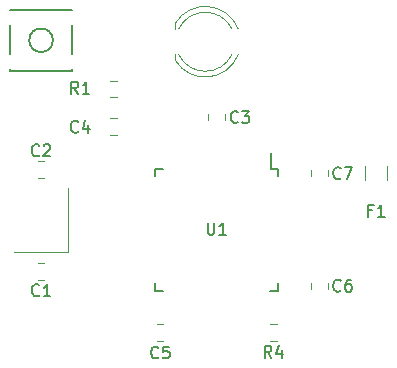
<source format=gto>
G04 #@! TF.GenerationSoftware,KiCad,Pcbnew,(5.1.2)-2*
G04 #@! TF.CreationDate,2019-08-16T13:43:52-05:00*
G04 #@! TF.ProjectId,rootpad,726f6f74-7061-4642-9e6b-696361645f70,rev?*
G04 #@! TF.SameCoordinates,Original*
G04 #@! TF.FileFunction,Legend,Top*
G04 #@! TF.FilePolarity,Positive*
%FSLAX46Y46*%
G04 Gerber Fmt 4.6, Leading zero omitted, Abs format (unit mm)*
G04 Created by KiCad (PCBNEW (5.1.2)-2) date 2019-08-16 13:43:52*
%MOMM*%
%LPD*%
G04 APERTURE LIST*
%ADD10C,0.120000*%
%ADD11C,0.150000*%
%ADD12C,0.350000*%
%ADD13O,1.172000X1.902000*%
%ADD14R,1.172000X1.902000*%
%ADD15R,1.902000X1.202000*%
%ADD16O,1.802000X2.802000*%
%ADD17R,1.902000X2.202000*%
%ADD18R,1.602000X0.652000*%
%ADD19R,0.652000X1.602000*%
%ADD20C,0.100000*%
%ADD21C,1.252000*%
%ADD22C,1.852000*%
%ADD23C,4.089800*%
%ADD24C,1.527000*%
G04 APERTURE END LIST*
D10*
X177462500Y-52642000D02*
X177462500Y-53107000D01*
X177462500Y-50017000D02*
X177462500Y-50482000D01*
X182276979Y-52642429D02*
G75*
G02X177767816Y-52642000I-2254479J1080429D01*
G01*
X182276979Y-50481571D02*
G75*
G03X177767816Y-50482000I-2254479J-1080429D01*
G01*
X182810315Y-52642827D02*
G75*
G02X177462500Y-53106830I-2787815J1080827D01*
G01*
X182810315Y-50481173D02*
G75*
G03X177462500Y-50017170I-2787815J-1080827D01*
G01*
D11*
X167116000Y-51435000D02*
G75*
G03X167116000Y-51435000I-1000000J0D01*
G01*
X168716000Y-48835000D02*
X168716000Y-54035000D01*
X163516000Y-48835000D02*
X168716000Y-48835000D01*
X163516000Y-54035000D02*
X163516000Y-48835000D01*
X168716000Y-54035000D02*
X163516000Y-54035000D01*
D10*
X168366000Y-69375000D02*
X168366000Y-63975000D01*
X163866000Y-69375000D02*
X168366000Y-69375000D01*
D11*
X185576270Y-62295020D02*
X185576270Y-61020020D01*
X186151270Y-72645020D02*
X186151270Y-71970020D01*
X175801270Y-72645020D02*
X175801270Y-71970020D01*
X175801270Y-62295020D02*
X175801270Y-62970020D01*
X186151270Y-62295020D02*
X186151270Y-62970020D01*
X175801270Y-62295020D02*
X176476270Y-62295020D01*
X175801270Y-72645020D02*
X176476270Y-72645020D01*
X186151270Y-72645020D02*
X185476270Y-72645020D01*
X186151270Y-62295020D02*
X185576270Y-62295020D01*
D10*
X186054522Y-75491270D02*
X185532018Y-75491270D01*
X186054522Y-76911270D02*
X185532018Y-76911270D01*
X171983768Y-56273770D02*
X172506272Y-56273770D01*
X171983768Y-54853770D02*
X172506272Y-54853770D01*
X195380020Y-63309584D02*
X195380020Y-62105456D01*
X193560020Y-63309584D02*
X193560020Y-62105456D01*
X188997520Y-62446268D02*
X188997520Y-62968772D01*
X190417520Y-62446268D02*
X190417520Y-62968772D01*
X190417520Y-72493772D02*
X190417520Y-71971268D01*
X188997520Y-72493772D02*
X188997520Y-71971268D01*
X176475022Y-75491270D02*
X175952518Y-75491270D01*
X176475022Y-76911270D02*
X175952518Y-76911270D01*
X172506272Y-58028770D02*
X171983768Y-58028770D01*
X172506272Y-59448770D02*
X171983768Y-59448770D01*
X181686270Y-58206272D02*
X181686270Y-57683768D01*
X180266270Y-58206272D02*
X180266270Y-57683768D01*
X166377252Y-61647000D02*
X165854748Y-61647000D01*
X166377252Y-63067000D02*
X165854748Y-63067000D01*
X166377252Y-70283000D02*
X165854748Y-70283000D01*
X166377252Y-71703000D02*
X165854748Y-71703000D01*
D11*
X180213095Y-66889380D02*
X180213095Y-67698904D01*
X180260714Y-67794142D01*
X180308333Y-67841761D01*
X180403571Y-67889380D01*
X180594047Y-67889380D01*
X180689285Y-67841761D01*
X180736904Y-67794142D01*
X180784523Y-67698904D01*
X180784523Y-66889380D01*
X181784523Y-67889380D02*
X181213095Y-67889380D01*
X181498809Y-67889380D02*
X181498809Y-66889380D01*
X181403571Y-67032238D01*
X181308333Y-67127476D01*
X181213095Y-67175095D01*
X185626603Y-78303650D02*
X185293270Y-77827460D01*
X185055174Y-78303650D02*
X185055174Y-77303650D01*
X185436127Y-77303650D01*
X185531365Y-77351270D01*
X185578984Y-77398889D01*
X185626603Y-77494127D01*
X185626603Y-77636984D01*
X185578984Y-77732222D01*
X185531365Y-77779841D01*
X185436127Y-77827460D01*
X185055174Y-77827460D01*
X186483746Y-77636984D02*
X186483746Y-78303650D01*
X186245650Y-77256031D02*
X186007555Y-77970317D01*
X186626603Y-77970317D01*
X169251333Y-55951380D02*
X168918000Y-55475190D01*
X168679904Y-55951380D02*
X168679904Y-54951380D01*
X169060857Y-54951380D01*
X169156095Y-54999000D01*
X169203714Y-55046619D01*
X169251333Y-55141857D01*
X169251333Y-55284714D01*
X169203714Y-55379952D01*
X169156095Y-55427571D01*
X169060857Y-55475190D01*
X168679904Y-55475190D01*
X170203714Y-55951380D02*
X169632285Y-55951380D01*
X169918000Y-55951380D02*
X169918000Y-54951380D01*
X169822761Y-55094238D01*
X169727523Y-55189476D01*
X169632285Y-55237095D01*
X194167166Y-65841571D02*
X193833833Y-65841571D01*
X193833833Y-66365380D02*
X193833833Y-65365380D01*
X194310023Y-65365380D01*
X195214785Y-66365380D02*
X194643357Y-66365380D01*
X194929071Y-66365380D02*
X194929071Y-65365380D01*
X194833833Y-65508238D01*
X194738595Y-65603476D01*
X194643357Y-65651095D01*
X191476333Y-63095142D02*
X191428714Y-63142761D01*
X191285857Y-63190380D01*
X191190619Y-63190380D01*
X191047761Y-63142761D01*
X190952523Y-63047523D01*
X190904904Y-62952285D01*
X190857285Y-62761809D01*
X190857285Y-62618952D01*
X190904904Y-62428476D01*
X190952523Y-62333238D01*
X191047761Y-62238000D01*
X191190619Y-62190380D01*
X191285857Y-62190380D01*
X191428714Y-62238000D01*
X191476333Y-62285619D01*
X191809666Y-62190380D02*
X192476333Y-62190380D01*
X192047761Y-63190380D01*
X191476333Y-72620142D02*
X191428714Y-72667761D01*
X191285857Y-72715380D01*
X191190619Y-72715380D01*
X191047761Y-72667761D01*
X190952523Y-72572523D01*
X190904904Y-72477285D01*
X190857285Y-72286809D01*
X190857285Y-72143952D01*
X190904904Y-71953476D01*
X190952523Y-71858238D01*
X191047761Y-71763000D01*
X191190619Y-71715380D01*
X191285857Y-71715380D01*
X191428714Y-71763000D01*
X191476333Y-71810619D01*
X192333476Y-71715380D02*
X192143000Y-71715380D01*
X192047761Y-71763000D01*
X192000142Y-71810619D01*
X191904904Y-71953476D01*
X191857285Y-72143952D01*
X191857285Y-72524904D01*
X191904904Y-72620142D01*
X191952523Y-72667761D01*
X192047761Y-72715380D01*
X192238238Y-72715380D01*
X192333476Y-72667761D01*
X192381095Y-72620142D01*
X192428714Y-72524904D01*
X192428714Y-72286809D01*
X192381095Y-72191571D01*
X192333476Y-72143952D01*
X192238238Y-72096333D01*
X192047761Y-72096333D01*
X191952523Y-72143952D01*
X191904904Y-72191571D01*
X191857285Y-72286809D01*
X176045833Y-78271642D02*
X175998214Y-78319261D01*
X175855357Y-78366880D01*
X175760119Y-78366880D01*
X175617261Y-78319261D01*
X175522023Y-78224023D01*
X175474404Y-78128785D01*
X175426785Y-77938309D01*
X175426785Y-77795452D01*
X175474404Y-77604976D01*
X175522023Y-77509738D01*
X175617261Y-77414500D01*
X175760119Y-77366880D01*
X175855357Y-77366880D01*
X175998214Y-77414500D01*
X176045833Y-77462119D01*
X176950595Y-77366880D02*
X176474404Y-77366880D01*
X176426785Y-77843071D01*
X176474404Y-77795452D01*
X176569642Y-77747833D01*
X176807738Y-77747833D01*
X176902976Y-77795452D01*
X176950595Y-77843071D01*
X176998214Y-77938309D01*
X176998214Y-78176404D01*
X176950595Y-78271642D01*
X176902976Y-78319261D01*
X176807738Y-78366880D01*
X176569642Y-78366880D01*
X176474404Y-78319261D01*
X176426785Y-78271642D01*
X169251333Y-59158142D02*
X169203714Y-59205761D01*
X169060857Y-59253380D01*
X168965619Y-59253380D01*
X168822761Y-59205761D01*
X168727523Y-59110523D01*
X168679904Y-59015285D01*
X168632285Y-58824809D01*
X168632285Y-58681952D01*
X168679904Y-58491476D01*
X168727523Y-58396238D01*
X168822761Y-58301000D01*
X168965619Y-58253380D01*
X169060857Y-58253380D01*
X169203714Y-58301000D01*
X169251333Y-58348619D01*
X170108476Y-58586714D02*
X170108476Y-59253380D01*
X169870380Y-58205761D02*
X169632285Y-58920047D01*
X170251333Y-58920047D01*
X182776833Y-58332642D02*
X182729214Y-58380261D01*
X182586357Y-58427880D01*
X182491119Y-58427880D01*
X182348261Y-58380261D01*
X182253023Y-58285023D01*
X182205404Y-58189785D01*
X182157785Y-57999309D01*
X182157785Y-57856452D01*
X182205404Y-57665976D01*
X182253023Y-57570738D01*
X182348261Y-57475500D01*
X182491119Y-57427880D01*
X182586357Y-57427880D01*
X182729214Y-57475500D01*
X182776833Y-57523119D01*
X183110166Y-57427880D02*
X183729214Y-57427880D01*
X183395880Y-57808833D01*
X183538738Y-57808833D01*
X183633976Y-57856452D01*
X183681595Y-57904071D01*
X183729214Y-57999309D01*
X183729214Y-58237404D01*
X183681595Y-58332642D01*
X183633976Y-58380261D01*
X183538738Y-58427880D01*
X183253023Y-58427880D01*
X183157785Y-58380261D01*
X183110166Y-58332642D01*
X165949333Y-61157122D02*
X165901714Y-61204741D01*
X165758857Y-61252360D01*
X165663619Y-61252360D01*
X165520761Y-61204741D01*
X165425523Y-61109503D01*
X165377904Y-61014265D01*
X165330285Y-60823789D01*
X165330285Y-60680932D01*
X165377904Y-60490456D01*
X165425523Y-60395218D01*
X165520761Y-60299980D01*
X165663619Y-60252360D01*
X165758857Y-60252360D01*
X165901714Y-60299980D01*
X165949333Y-60347599D01*
X166330285Y-60347599D02*
X166377904Y-60299980D01*
X166473142Y-60252360D01*
X166711238Y-60252360D01*
X166806476Y-60299980D01*
X166854095Y-60347599D01*
X166901714Y-60442837D01*
X166901714Y-60538075D01*
X166854095Y-60680932D01*
X166282666Y-61252360D01*
X166901714Y-61252360D01*
X165949333Y-73000142D02*
X165901714Y-73047761D01*
X165758857Y-73095380D01*
X165663619Y-73095380D01*
X165520761Y-73047761D01*
X165425523Y-72952523D01*
X165377904Y-72857285D01*
X165330285Y-72666809D01*
X165330285Y-72523952D01*
X165377904Y-72333476D01*
X165425523Y-72238238D01*
X165520761Y-72143000D01*
X165663619Y-72095380D01*
X165758857Y-72095380D01*
X165901714Y-72143000D01*
X165949333Y-72190619D01*
X166901714Y-73095380D02*
X166330285Y-73095380D01*
X166616000Y-73095380D02*
X166616000Y-72095380D01*
X166520761Y-72238238D01*
X166425523Y-72333476D01*
X166330285Y-72381095D01*
%LPC*%
D12*
X130561904Y-72597321D02*
X132190476Y-75040178D01*
X133819047Y-72687797D02*
X132190476Y-75130654D01*
X135809523Y-72687797D02*
X134180952Y-75130654D01*
X137800000Y-72687797D02*
X136171428Y-75130654D01*
X137800000Y-72597321D02*
X139428571Y-75040178D01*
X141057142Y-72687797D02*
X139428571Y-75130654D01*
X143047619Y-72687797D02*
X141419047Y-75130654D01*
X143047619Y-72597321D02*
X144676190Y-75040178D01*
X146123809Y-72687797D02*
X146395238Y-72959226D01*
X148476190Y-72687797D02*
X146847619Y-75130654D01*
D13*
X182435500Y-51562000D03*
X180911500Y-51562000D03*
X179387500Y-51562000D03*
D14*
X177863500Y-51562000D03*
D15*
X163016000Y-49585000D03*
X169216000Y-53285000D03*
X163016000Y-53285000D03*
X169216000Y-49585000D03*
D16*
X185262500Y-47815500D03*
X192562500Y-47815500D03*
X192562500Y-52315500D03*
X185262500Y-52315500D03*
D17*
X164966000Y-68125000D03*
X164966000Y-65225000D03*
X167266000Y-65225000D03*
X167266000Y-68125000D03*
D18*
X186676270Y-63470020D03*
X186676270Y-64270020D03*
X186676270Y-65070020D03*
X186676270Y-65870020D03*
X186676270Y-66670020D03*
X186676270Y-67470020D03*
X186676270Y-68270020D03*
X186676270Y-69070020D03*
X186676270Y-69870020D03*
X186676270Y-70670020D03*
X186676270Y-71470020D03*
D19*
X184976270Y-73170020D03*
X184176270Y-73170020D03*
X183376270Y-73170020D03*
X182576270Y-73170020D03*
X181776270Y-73170020D03*
X180976270Y-73170020D03*
X180176270Y-73170020D03*
X179376270Y-73170020D03*
X178576270Y-73170020D03*
X177776270Y-73170020D03*
X176976270Y-73170020D03*
D18*
X175276270Y-71470020D03*
X175276270Y-70670020D03*
X175276270Y-69870020D03*
X175276270Y-69070020D03*
X175276270Y-68270020D03*
X175276270Y-67470020D03*
X175276270Y-66670020D03*
X175276270Y-65870020D03*
X175276270Y-65070020D03*
X175276270Y-64270020D03*
X175276270Y-63470020D03*
D19*
X176976270Y-61770020D03*
X177776270Y-61770020D03*
X178576270Y-61770020D03*
X179376270Y-61770020D03*
X180176270Y-61770020D03*
X180976270Y-61770020D03*
X181776270Y-61770020D03*
X182576270Y-61770020D03*
X183376270Y-61770020D03*
X184176270Y-61770020D03*
X184976270Y-61770020D03*
D20*
G36*
X185148775Y-75451581D02*
G01*
X185175195Y-75455500D01*
X185201105Y-75461990D01*
X185226253Y-75470988D01*
X185250398Y-75482408D01*
X185273308Y-75496139D01*
X185294762Y-75512050D01*
X185314552Y-75529988D01*
X185332490Y-75549778D01*
X185348401Y-75571232D01*
X185362132Y-75594142D01*
X185373552Y-75618287D01*
X185382550Y-75643435D01*
X185389040Y-75669345D01*
X185392959Y-75695765D01*
X185394270Y-75722443D01*
X185394270Y-76680097D01*
X185392959Y-76706775D01*
X185389040Y-76733195D01*
X185382550Y-76759105D01*
X185373552Y-76784253D01*
X185362132Y-76808398D01*
X185348401Y-76831308D01*
X185332490Y-76852762D01*
X185314552Y-76872552D01*
X185294762Y-76890490D01*
X185273308Y-76906401D01*
X185250398Y-76920132D01*
X185226253Y-76931552D01*
X185201105Y-76940550D01*
X185175195Y-76947040D01*
X185148775Y-76950959D01*
X185122097Y-76952270D01*
X184414443Y-76952270D01*
X184387765Y-76950959D01*
X184361345Y-76947040D01*
X184335435Y-76940550D01*
X184310287Y-76931552D01*
X184286142Y-76920132D01*
X184263232Y-76906401D01*
X184241778Y-76890490D01*
X184221988Y-76872552D01*
X184204050Y-76852762D01*
X184188139Y-76831308D01*
X184174408Y-76808398D01*
X184162988Y-76784253D01*
X184153990Y-76759105D01*
X184147500Y-76733195D01*
X184143581Y-76706775D01*
X184142270Y-76680097D01*
X184142270Y-75722443D01*
X184143581Y-75695765D01*
X184147500Y-75669345D01*
X184153990Y-75643435D01*
X184162988Y-75618287D01*
X184174408Y-75594142D01*
X184188139Y-75571232D01*
X184204050Y-75549778D01*
X184221988Y-75529988D01*
X184241778Y-75512050D01*
X184263232Y-75496139D01*
X184286142Y-75482408D01*
X184310287Y-75470988D01*
X184335435Y-75461990D01*
X184361345Y-75455500D01*
X184387765Y-75451581D01*
X184414443Y-75450270D01*
X185122097Y-75450270D01*
X185148775Y-75451581D01*
X185148775Y-75451581D01*
G37*
D21*
X184768270Y-76201270D03*
D20*
G36*
X187198775Y-75451581D02*
G01*
X187225195Y-75455500D01*
X187251105Y-75461990D01*
X187276253Y-75470988D01*
X187300398Y-75482408D01*
X187323308Y-75496139D01*
X187344762Y-75512050D01*
X187364552Y-75529988D01*
X187382490Y-75549778D01*
X187398401Y-75571232D01*
X187412132Y-75594142D01*
X187423552Y-75618287D01*
X187432550Y-75643435D01*
X187439040Y-75669345D01*
X187442959Y-75695765D01*
X187444270Y-75722443D01*
X187444270Y-76680097D01*
X187442959Y-76706775D01*
X187439040Y-76733195D01*
X187432550Y-76759105D01*
X187423552Y-76784253D01*
X187412132Y-76808398D01*
X187398401Y-76831308D01*
X187382490Y-76852762D01*
X187364552Y-76872552D01*
X187344762Y-76890490D01*
X187323308Y-76906401D01*
X187300398Y-76920132D01*
X187276253Y-76931552D01*
X187251105Y-76940550D01*
X187225195Y-76947040D01*
X187198775Y-76950959D01*
X187172097Y-76952270D01*
X186464443Y-76952270D01*
X186437765Y-76950959D01*
X186411345Y-76947040D01*
X186385435Y-76940550D01*
X186360287Y-76931552D01*
X186336142Y-76920132D01*
X186313232Y-76906401D01*
X186291778Y-76890490D01*
X186271988Y-76872552D01*
X186254050Y-76852762D01*
X186238139Y-76831308D01*
X186224408Y-76808398D01*
X186212988Y-76784253D01*
X186203990Y-76759105D01*
X186197500Y-76733195D01*
X186193581Y-76706775D01*
X186192270Y-76680097D01*
X186192270Y-75722443D01*
X186193581Y-75695765D01*
X186197500Y-75669345D01*
X186203990Y-75643435D01*
X186212988Y-75618287D01*
X186224408Y-75594142D01*
X186238139Y-75571232D01*
X186254050Y-75549778D01*
X186271988Y-75529988D01*
X186291778Y-75512050D01*
X186313232Y-75496139D01*
X186336142Y-75482408D01*
X186360287Y-75470988D01*
X186385435Y-75461990D01*
X186411345Y-75455500D01*
X186437765Y-75451581D01*
X186464443Y-75450270D01*
X187172097Y-75450270D01*
X187198775Y-75451581D01*
X187198775Y-75451581D01*
G37*
D21*
X186818270Y-76201270D03*
D20*
G36*
X173650525Y-54814081D02*
G01*
X173676945Y-54818000D01*
X173702855Y-54824490D01*
X173728003Y-54833488D01*
X173752148Y-54844908D01*
X173775058Y-54858639D01*
X173796512Y-54874550D01*
X173816302Y-54892488D01*
X173834240Y-54912278D01*
X173850151Y-54933732D01*
X173863882Y-54956642D01*
X173875302Y-54980787D01*
X173884300Y-55005935D01*
X173890790Y-55031845D01*
X173894709Y-55058265D01*
X173896020Y-55084943D01*
X173896020Y-56042597D01*
X173894709Y-56069275D01*
X173890790Y-56095695D01*
X173884300Y-56121605D01*
X173875302Y-56146753D01*
X173863882Y-56170898D01*
X173850151Y-56193808D01*
X173834240Y-56215262D01*
X173816302Y-56235052D01*
X173796512Y-56252990D01*
X173775058Y-56268901D01*
X173752148Y-56282632D01*
X173728003Y-56294052D01*
X173702855Y-56303050D01*
X173676945Y-56309540D01*
X173650525Y-56313459D01*
X173623847Y-56314770D01*
X172916193Y-56314770D01*
X172889515Y-56313459D01*
X172863095Y-56309540D01*
X172837185Y-56303050D01*
X172812037Y-56294052D01*
X172787892Y-56282632D01*
X172764982Y-56268901D01*
X172743528Y-56252990D01*
X172723738Y-56235052D01*
X172705800Y-56215262D01*
X172689889Y-56193808D01*
X172676158Y-56170898D01*
X172664738Y-56146753D01*
X172655740Y-56121605D01*
X172649250Y-56095695D01*
X172645331Y-56069275D01*
X172644020Y-56042597D01*
X172644020Y-55084943D01*
X172645331Y-55058265D01*
X172649250Y-55031845D01*
X172655740Y-55005935D01*
X172664738Y-54980787D01*
X172676158Y-54956642D01*
X172689889Y-54933732D01*
X172705800Y-54912278D01*
X172723738Y-54892488D01*
X172743528Y-54874550D01*
X172764982Y-54858639D01*
X172787892Y-54844908D01*
X172812037Y-54833488D01*
X172837185Y-54824490D01*
X172863095Y-54818000D01*
X172889515Y-54814081D01*
X172916193Y-54812770D01*
X173623847Y-54812770D01*
X173650525Y-54814081D01*
X173650525Y-54814081D01*
G37*
D21*
X173270020Y-55563770D03*
D20*
G36*
X171600525Y-54814081D02*
G01*
X171626945Y-54818000D01*
X171652855Y-54824490D01*
X171678003Y-54833488D01*
X171702148Y-54844908D01*
X171725058Y-54858639D01*
X171746512Y-54874550D01*
X171766302Y-54892488D01*
X171784240Y-54912278D01*
X171800151Y-54933732D01*
X171813882Y-54956642D01*
X171825302Y-54980787D01*
X171834300Y-55005935D01*
X171840790Y-55031845D01*
X171844709Y-55058265D01*
X171846020Y-55084943D01*
X171846020Y-56042597D01*
X171844709Y-56069275D01*
X171840790Y-56095695D01*
X171834300Y-56121605D01*
X171825302Y-56146753D01*
X171813882Y-56170898D01*
X171800151Y-56193808D01*
X171784240Y-56215262D01*
X171766302Y-56235052D01*
X171746512Y-56252990D01*
X171725058Y-56268901D01*
X171702148Y-56282632D01*
X171678003Y-56294052D01*
X171652855Y-56303050D01*
X171626945Y-56309540D01*
X171600525Y-56313459D01*
X171573847Y-56314770D01*
X170866193Y-56314770D01*
X170839515Y-56313459D01*
X170813095Y-56309540D01*
X170787185Y-56303050D01*
X170762037Y-56294052D01*
X170737892Y-56282632D01*
X170714982Y-56268901D01*
X170693528Y-56252990D01*
X170673738Y-56235052D01*
X170655800Y-56215262D01*
X170639889Y-56193808D01*
X170626158Y-56170898D01*
X170614738Y-56146753D01*
X170605740Y-56121605D01*
X170599250Y-56095695D01*
X170595331Y-56069275D01*
X170594020Y-56042597D01*
X170594020Y-55084943D01*
X170595331Y-55058265D01*
X170599250Y-55031845D01*
X170605740Y-55005935D01*
X170614738Y-54980787D01*
X170626158Y-54956642D01*
X170639889Y-54933732D01*
X170655800Y-54912278D01*
X170673738Y-54892488D01*
X170693528Y-54874550D01*
X170714982Y-54858639D01*
X170737892Y-54844908D01*
X170762037Y-54833488D01*
X170787185Y-54824490D01*
X170813095Y-54818000D01*
X170839515Y-54814081D01*
X170866193Y-54812770D01*
X171573847Y-54812770D01*
X171600525Y-54814081D01*
X171600525Y-54814081D01*
G37*
D21*
X171220020Y-55563770D03*
D22*
X192406270Y-146051270D03*
X182246270Y-146051270D03*
D23*
X187326270Y-146051270D03*
D22*
X173356270Y-146051270D03*
X163196270Y-146051270D03*
D23*
X168276270Y-146051270D03*
D22*
X154306270Y-146051270D03*
X144146270Y-146051270D03*
D23*
X149226270Y-146051270D03*
D22*
X135256270Y-146051270D03*
X125096270Y-146051270D03*
D23*
X130176270Y-146051270D03*
D22*
X192406270Y-127001270D03*
X182246270Y-127001270D03*
D23*
X187326270Y-127001270D03*
D22*
X173356270Y-127001270D03*
X163196270Y-127001270D03*
D23*
X168276270Y-127001270D03*
D22*
X154306270Y-127001270D03*
X144146270Y-127001270D03*
D23*
X149226270Y-127001270D03*
D22*
X135256270Y-127001270D03*
X125096270Y-127001270D03*
D23*
X130176270Y-127001270D03*
D22*
X192406270Y-107951270D03*
X182246270Y-107951270D03*
D23*
X187326270Y-107951270D03*
D22*
X173356270Y-107951270D03*
X163196270Y-107951270D03*
D23*
X168276270Y-107951270D03*
D22*
X154306270Y-107951270D03*
X144146270Y-107951270D03*
D23*
X149226270Y-107951270D03*
D22*
X135256270Y-107951270D03*
X125096270Y-107951270D03*
D23*
X130176270Y-107951270D03*
D22*
X192406270Y-88901270D03*
X182246270Y-88901270D03*
D23*
X187326270Y-88901270D03*
D22*
X173356270Y-88901270D03*
X163196270Y-88901270D03*
D23*
X168276270Y-88901270D03*
D22*
X154306270Y-88901270D03*
X144146270Y-88901270D03*
D23*
X149226270Y-88901270D03*
D22*
X135256270Y-88901270D03*
X125096270Y-88901270D03*
D23*
X130176270Y-88901270D03*
D22*
X154306270Y-60326270D03*
X144146270Y-60326270D03*
D23*
X149226270Y-60326270D03*
D22*
X135256270Y-60326270D03*
X125096270Y-60326270D03*
D23*
X130176270Y-60326270D03*
D20*
G36*
X195154383Y-60457810D02*
G01*
X195180389Y-60461668D01*
X195205891Y-60468055D01*
X195230644Y-60476912D01*
X195254410Y-60488153D01*
X195276959Y-60501668D01*
X195298076Y-60517329D01*
X195317555Y-60534985D01*
X195335211Y-60554464D01*
X195350872Y-60575581D01*
X195364387Y-60598130D01*
X195375628Y-60621896D01*
X195384485Y-60646649D01*
X195390872Y-60672151D01*
X195394730Y-60698157D01*
X195396020Y-60724415D01*
X195396020Y-61715625D01*
X195394730Y-61741883D01*
X195390872Y-61767889D01*
X195384485Y-61793391D01*
X195375628Y-61818144D01*
X195364387Y-61841910D01*
X195350872Y-61864459D01*
X195335211Y-61885576D01*
X195317555Y-61905055D01*
X195298076Y-61922711D01*
X195276959Y-61938372D01*
X195254410Y-61951887D01*
X195230644Y-61963128D01*
X195205891Y-61971985D01*
X195180389Y-61978372D01*
X195154383Y-61982230D01*
X195128125Y-61983520D01*
X193811915Y-61983520D01*
X193785657Y-61982230D01*
X193759651Y-61978372D01*
X193734149Y-61971985D01*
X193709396Y-61963128D01*
X193685630Y-61951887D01*
X193663081Y-61938372D01*
X193641964Y-61922711D01*
X193622485Y-61905055D01*
X193604829Y-61885576D01*
X193589168Y-61864459D01*
X193575653Y-61841910D01*
X193564412Y-61818144D01*
X193555555Y-61793391D01*
X193549168Y-61767889D01*
X193545310Y-61741883D01*
X193544020Y-61715625D01*
X193544020Y-60724415D01*
X193545310Y-60698157D01*
X193549168Y-60672151D01*
X193555555Y-60646649D01*
X193564412Y-60621896D01*
X193575653Y-60598130D01*
X193589168Y-60575581D01*
X193604829Y-60554464D01*
X193622485Y-60534985D01*
X193641964Y-60517329D01*
X193663081Y-60501668D01*
X193685630Y-60488153D01*
X193709396Y-60476912D01*
X193734149Y-60468055D01*
X193759651Y-60461668D01*
X193785657Y-60457810D01*
X193811915Y-60456520D01*
X195128125Y-60456520D01*
X195154383Y-60457810D01*
X195154383Y-60457810D01*
G37*
D24*
X194470020Y-61220020D03*
D20*
G36*
X195154383Y-63432810D02*
G01*
X195180389Y-63436668D01*
X195205891Y-63443055D01*
X195230644Y-63451912D01*
X195254410Y-63463153D01*
X195276959Y-63476668D01*
X195298076Y-63492329D01*
X195317555Y-63509985D01*
X195335211Y-63529464D01*
X195350872Y-63550581D01*
X195364387Y-63573130D01*
X195375628Y-63596896D01*
X195384485Y-63621649D01*
X195390872Y-63647151D01*
X195394730Y-63673157D01*
X195396020Y-63699415D01*
X195396020Y-64690625D01*
X195394730Y-64716883D01*
X195390872Y-64742889D01*
X195384485Y-64768391D01*
X195375628Y-64793144D01*
X195364387Y-64816910D01*
X195350872Y-64839459D01*
X195335211Y-64860576D01*
X195317555Y-64880055D01*
X195298076Y-64897711D01*
X195276959Y-64913372D01*
X195254410Y-64926887D01*
X195230644Y-64938128D01*
X195205891Y-64946985D01*
X195180389Y-64953372D01*
X195154383Y-64957230D01*
X195128125Y-64958520D01*
X193811915Y-64958520D01*
X193785657Y-64957230D01*
X193759651Y-64953372D01*
X193734149Y-64946985D01*
X193709396Y-64938128D01*
X193685630Y-64926887D01*
X193663081Y-64913372D01*
X193641964Y-64897711D01*
X193622485Y-64880055D01*
X193604829Y-64860576D01*
X193589168Y-64839459D01*
X193575653Y-64816910D01*
X193564412Y-64793144D01*
X193555555Y-64768391D01*
X193549168Y-64742889D01*
X193545310Y-64716883D01*
X193544020Y-64690625D01*
X193544020Y-63699415D01*
X193545310Y-63673157D01*
X193549168Y-63647151D01*
X193555555Y-63621649D01*
X193564412Y-63596896D01*
X193575653Y-63573130D01*
X193589168Y-63550581D01*
X193604829Y-63529464D01*
X193622485Y-63509985D01*
X193641964Y-63492329D01*
X193663081Y-63476668D01*
X193685630Y-63463153D01*
X193709396Y-63451912D01*
X193734149Y-63443055D01*
X193759651Y-63436668D01*
X193785657Y-63432810D01*
X193811915Y-63431520D01*
X195128125Y-63431520D01*
X195154383Y-63432810D01*
X195154383Y-63432810D01*
G37*
D24*
X194470020Y-64195020D03*
D20*
G36*
X190213025Y-63107831D02*
G01*
X190239445Y-63111750D01*
X190265355Y-63118240D01*
X190290503Y-63127238D01*
X190314648Y-63138658D01*
X190337558Y-63152389D01*
X190359012Y-63168300D01*
X190378802Y-63186238D01*
X190396740Y-63206028D01*
X190412651Y-63227482D01*
X190426382Y-63250392D01*
X190437802Y-63274537D01*
X190446800Y-63299685D01*
X190453290Y-63325595D01*
X190457209Y-63352015D01*
X190458520Y-63378693D01*
X190458520Y-64086347D01*
X190457209Y-64113025D01*
X190453290Y-64139445D01*
X190446800Y-64165355D01*
X190437802Y-64190503D01*
X190426382Y-64214648D01*
X190412651Y-64237558D01*
X190396740Y-64259012D01*
X190378802Y-64278802D01*
X190359012Y-64296740D01*
X190337558Y-64312651D01*
X190314648Y-64326382D01*
X190290503Y-64337802D01*
X190265355Y-64346800D01*
X190239445Y-64353290D01*
X190213025Y-64357209D01*
X190186347Y-64358520D01*
X189228693Y-64358520D01*
X189202015Y-64357209D01*
X189175595Y-64353290D01*
X189149685Y-64346800D01*
X189124537Y-64337802D01*
X189100392Y-64326382D01*
X189077482Y-64312651D01*
X189056028Y-64296740D01*
X189036238Y-64278802D01*
X189018300Y-64259012D01*
X189002389Y-64237558D01*
X188988658Y-64214648D01*
X188977238Y-64190503D01*
X188968240Y-64165355D01*
X188961750Y-64139445D01*
X188957831Y-64113025D01*
X188956520Y-64086347D01*
X188956520Y-63378693D01*
X188957831Y-63352015D01*
X188961750Y-63325595D01*
X188968240Y-63299685D01*
X188977238Y-63274537D01*
X188988658Y-63250392D01*
X189002389Y-63227482D01*
X189018300Y-63206028D01*
X189036238Y-63186238D01*
X189056028Y-63168300D01*
X189077482Y-63152389D01*
X189100392Y-63138658D01*
X189124537Y-63127238D01*
X189149685Y-63118240D01*
X189175595Y-63111750D01*
X189202015Y-63107831D01*
X189228693Y-63106520D01*
X190186347Y-63106520D01*
X190213025Y-63107831D01*
X190213025Y-63107831D01*
G37*
D21*
X189707520Y-63732520D03*
D20*
G36*
X190213025Y-61057831D02*
G01*
X190239445Y-61061750D01*
X190265355Y-61068240D01*
X190290503Y-61077238D01*
X190314648Y-61088658D01*
X190337558Y-61102389D01*
X190359012Y-61118300D01*
X190378802Y-61136238D01*
X190396740Y-61156028D01*
X190412651Y-61177482D01*
X190426382Y-61200392D01*
X190437802Y-61224537D01*
X190446800Y-61249685D01*
X190453290Y-61275595D01*
X190457209Y-61302015D01*
X190458520Y-61328693D01*
X190458520Y-62036347D01*
X190457209Y-62063025D01*
X190453290Y-62089445D01*
X190446800Y-62115355D01*
X190437802Y-62140503D01*
X190426382Y-62164648D01*
X190412651Y-62187558D01*
X190396740Y-62209012D01*
X190378802Y-62228802D01*
X190359012Y-62246740D01*
X190337558Y-62262651D01*
X190314648Y-62276382D01*
X190290503Y-62287802D01*
X190265355Y-62296800D01*
X190239445Y-62303290D01*
X190213025Y-62307209D01*
X190186347Y-62308520D01*
X189228693Y-62308520D01*
X189202015Y-62307209D01*
X189175595Y-62303290D01*
X189149685Y-62296800D01*
X189124537Y-62287802D01*
X189100392Y-62276382D01*
X189077482Y-62262651D01*
X189056028Y-62246740D01*
X189036238Y-62228802D01*
X189018300Y-62209012D01*
X189002389Y-62187558D01*
X188988658Y-62164648D01*
X188977238Y-62140503D01*
X188968240Y-62115355D01*
X188961750Y-62089445D01*
X188957831Y-62063025D01*
X188956520Y-62036347D01*
X188956520Y-61328693D01*
X188957831Y-61302015D01*
X188961750Y-61275595D01*
X188968240Y-61249685D01*
X188977238Y-61224537D01*
X188988658Y-61200392D01*
X189002389Y-61177482D01*
X189018300Y-61156028D01*
X189036238Y-61136238D01*
X189056028Y-61118300D01*
X189077482Y-61102389D01*
X189100392Y-61088658D01*
X189124537Y-61077238D01*
X189149685Y-61068240D01*
X189175595Y-61061750D01*
X189202015Y-61057831D01*
X189228693Y-61056520D01*
X190186347Y-61056520D01*
X190213025Y-61057831D01*
X190213025Y-61057831D01*
G37*
D21*
X189707520Y-61682520D03*
D20*
G36*
X190213025Y-70582831D02*
G01*
X190239445Y-70586750D01*
X190265355Y-70593240D01*
X190290503Y-70602238D01*
X190314648Y-70613658D01*
X190337558Y-70627389D01*
X190359012Y-70643300D01*
X190378802Y-70661238D01*
X190396740Y-70681028D01*
X190412651Y-70702482D01*
X190426382Y-70725392D01*
X190437802Y-70749537D01*
X190446800Y-70774685D01*
X190453290Y-70800595D01*
X190457209Y-70827015D01*
X190458520Y-70853693D01*
X190458520Y-71561347D01*
X190457209Y-71588025D01*
X190453290Y-71614445D01*
X190446800Y-71640355D01*
X190437802Y-71665503D01*
X190426382Y-71689648D01*
X190412651Y-71712558D01*
X190396740Y-71734012D01*
X190378802Y-71753802D01*
X190359012Y-71771740D01*
X190337558Y-71787651D01*
X190314648Y-71801382D01*
X190290503Y-71812802D01*
X190265355Y-71821800D01*
X190239445Y-71828290D01*
X190213025Y-71832209D01*
X190186347Y-71833520D01*
X189228693Y-71833520D01*
X189202015Y-71832209D01*
X189175595Y-71828290D01*
X189149685Y-71821800D01*
X189124537Y-71812802D01*
X189100392Y-71801382D01*
X189077482Y-71787651D01*
X189056028Y-71771740D01*
X189036238Y-71753802D01*
X189018300Y-71734012D01*
X189002389Y-71712558D01*
X188988658Y-71689648D01*
X188977238Y-71665503D01*
X188968240Y-71640355D01*
X188961750Y-71614445D01*
X188957831Y-71588025D01*
X188956520Y-71561347D01*
X188956520Y-70853693D01*
X188957831Y-70827015D01*
X188961750Y-70800595D01*
X188968240Y-70774685D01*
X188977238Y-70749537D01*
X188988658Y-70725392D01*
X189002389Y-70702482D01*
X189018300Y-70681028D01*
X189036238Y-70661238D01*
X189056028Y-70643300D01*
X189077482Y-70627389D01*
X189100392Y-70613658D01*
X189124537Y-70602238D01*
X189149685Y-70593240D01*
X189175595Y-70586750D01*
X189202015Y-70582831D01*
X189228693Y-70581520D01*
X190186347Y-70581520D01*
X190213025Y-70582831D01*
X190213025Y-70582831D01*
G37*
D21*
X189707520Y-71207520D03*
D20*
G36*
X190213025Y-72632831D02*
G01*
X190239445Y-72636750D01*
X190265355Y-72643240D01*
X190290503Y-72652238D01*
X190314648Y-72663658D01*
X190337558Y-72677389D01*
X190359012Y-72693300D01*
X190378802Y-72711238D01*
X190396740Y-72731028D01*
X190412651Y-72752482D01*
X190426382Y-72775392D01*
X190437802Y-72799537D01*
X190446800Y-72824685D01*
X190453290Y-72850595D01*
X190457209Y-72877015D01*
X190458520Y-72903693D01*
X190458520Y-73611347D01*
X190457209Y-73638025D01*
X190453290Y-73664445D01*
X190446800Y-73690355D01*
X190437802Y-73715503D01*
X190426382Y-73739648D01*
X190412651Y-73762558D01*
X190396740Y-73784012D01*
X190378802Y-73803802D01*
X190359012Y-73821740D01*
X190337558Y-73837651D01*
X190314648Y-73851382D01*
X190290503Y-73862802D01*
X190265355Y-73871800D01*
X190239445Y-73878290D01*
X190213025Y-73882209D01*
X190186347Y-73883520D01*
X189228693Y-73883520D01*
X189202015Y-73882209D01*
X189175595Y-73878290D01*
X189149685Y-73871800D01*
X189124537Y-73862802D01*
X189100392Y-73851382D01*
X189077482Y-73837651D01*
X189056028Y-73821740D01*
X189036238Y-73803802D01*
X189018300Y-73784012D01*
X189002389Y-73762558D01*
X188988658Y-73739648D01*
X188977238Y-73715503D01*
X188968240Y-73690355D01*
X188961750Y-73664445D01*
X188957831Y-73638025D01*
X188956520Y-73611347D01*
X188956520Y-72903693D01*
X188957831Y-72877015D01*
X188961750Y-72850595D01*
X188968240Y-72824685D01*
X188977238Y-72799537D01*
X188988658Y-72775392D01*
X189002389Y-72752482D01*
X189018300Y-72731028D01*
X189036238Y-72711238D01*
X189056028Y-72693300D01*
X189077482Y-72677389D01*
X189100392Y-72663658D01*
X189124537Y-72652238D01*
X189149685Y-72643240D01*
X189175595Y-72636750D01*
X189202015Y-72632831D01*
X189228693Y-72631520D01*
X190186347Y-72631520D01*
X190213025Y-72632831D01*
X190213025Y-72632831D01*
G37*
D21*
X189707520Y-73257520D03*
D20*
G36*
X175569275Y-75451581D02*
G01*
X175595695Y-75455500D01*
X175621605Y-75461990D01*
X175646753Y-75470988D01*
X175670898Y-75482408D01*
X175693808Y-75496139D01*
X175715262Y-75512050D01*
X175735052Y-75529988D01*
X175752990Y-75549778D01*
X175768901Y-75571232D01*
X175782632Y-75594142D01*
X175794052Y-75618287D01*
X175803050Y-75643435D01*
X175809540Y-75669345D01*
X175813459Y-75695765D01*
X175814770Y-75722443D01*
X175814770Y-76680097D01*
X175813459Y-76706775D01*
X175809540Y-76733195D01*
X175803050Y-76759105D01*
X175794052Y-76784253D01*
X175782632Y-76808398D01*
X175768901Y-76831308D01*
X175752990Y-76852762D01*
X175735052Y-76872552D01*
X175715262Y-76890490D01*
X175693808Y-76906401D01*
X175670898Y-76920132D01*
X175646753Y-76931552D01*
X175621605Y-76940550D01*
X175595695Y-76947040D01*
X175569275Y-76950959D01*
X175542597Y-76952270D01*
X174834943Y-76952270D01*
X174808265Y-76950959D01*
X174781845Y-76947040D01*
X174755935Y-76940550D01*
X174730787Y-76931552D01*
X174706642Y-76920132D01*
X174683732Y-76906401D01*
X174662278Y-76890490D01*
X174642488Y-76872552D01*
X174624550Y-76852762D01*
X174608639Y-76831308D01*
X174594908Y-76808398D01*
X174583488Y-76784253D01*
X174574490Y-76759105D01*
X174568000Y-76733195D01*
X174564081Y-76706775D01*
X174562770Y-76680097D01*
X174562770Y-75722443D01*
X174564081Y-75695765D01*
X174568000Y-75669345D01*
X174574490Y-75643435D01*
X174583488Y-75618287D01*
X174594908Y-75594142D01*
X174608639Y-75571232D01*
X174624550Y-75549778D01*
X174642488Y-75529988D01*
X174662278Y-75512050D01*
X174683732Y-75496139D01*
X174706642Y-75482408D01*
X174730787Y-75470988D01*
X174755935Y-75461990D01*
X174781845Y-75455500D01*
X174808265Y-75451581D01*
X174834943Y-75450270D01*
X175542597Y-75450270D01*
X175569275Y-75451581D01*
X175569275Y-75451581D01*
G37*
D21*
X175188770Y-76201270D03*
D20*
G36*
X177619275Y-75451581D02*
G01*
X177645695Y-75455500D01*
X177671605Y-75461990D01*
X177696753Y-75470988D01*
X177720898Y-75482408D01*
X177743808Y-75496139D01*
X177765262Y-75512050D01*
X177785052Y-75529988D01*
X177802990Y-75549778D01*
X177818901Y-75571232D01*
X177832632Y-75594142D01*
X177844052Y-75618287D01*
X177853050Y-75643435D01*
X177859540Y-75669345D01*
X177863459Y-75695765D01*
X177864770Y-75722443D01*
X177864770Y-76680097D01*
X177863459Y-76706775D01*
X177859540Y-76733195D01*
X177853050Y-76759105D01*
X177844052Y-76784253D01*
X177832632Y-76808398D01*
X177818901Y-76831308D01*
X177802990Y-76852762D01*
X177785052Y-76872552D01*
X177765262Y-76890490D01*
X177743808Y-76906401D01*
X177720898Y-76920132D01*
X177696753Y-76931552D01*
X177671605Y-76940550D01*
X177645695Y-76947040D01*
X177619275Y-76950959D01*
X177592597Y-76952270D01*
X176884943Y-76952270D01*
X176858265Y-76950959D01*
X176831845Y-76947040D01*
X176805935Y-76940550D01*
X176780787Y-76931552D01*
X176756642Y-76920132D01*
X176733732Y-76906401D01*
X176712278Y-76890490D01*
X176692488Y-76872552D01*
X176674550Y-76852762D01*
X176658639Y-76831308D01*
X176644908Y-76808398D01*
X176633488Y-76784253D01*
X176624490Y-76759105D01*
X176618000Y-76733195D01*
X176614081Y-76706775D01*
X176612770Y-76680097D01*
X176612770Y-75722443D01*
X176614081Y-75695765D01*
X176618000Y-75669345D01*
X176624490Y-75643435D01*
X176633488Y-75618287D01*
X176644908Y-75594142D01*
X176658639Y-75571232D01*
X176674550Y-75549778D01*
X176692488Y-75529988D01*
X176712278Y-75512050D01*
X176733732Y-75496139D01*
X176756642Y-75482408D01*
X176780787Y-75470988D01*
X176805935Y-75461990D01*
X176831845Y-75455500D01*
X176858265Y-75451581D01*
X176884943Y-75450270D01*
X177592597Y-75450270D01*
X177619275Y-75451581D01*
X177619275Y-75451581D01*
G37*
D21*
X177238770Y-76201270D03*
D20*
G36*
X171600525Y-57989081D02*
G01*
X171626945Y-57993000D01*
X171652855Y-57999490D01*
X171678003Y-58008488D01*
X171702148Y-58019908D01*
X171725058Y-58033639D01*
X171746512Y-58049550D01*
X171766302Y-58067488D01*
X171784240Y-58087278D01*
X171800151Y-58108732D01*
X171813882Y-58131642D01*
X171825302Y-58155787D01*
X171834300Y-58180935D01*
X171840790Y-58206845D01*
X171844709Y-58233265D01*
X171846020Y-58259943D01*
X171846020Y-59217597D01*
X171844709Y-59244275D01*
X171840790Y-59270695D01*
X171834300Y-59296605D01*
X171825302Y-59321753D01*
X171813882Y-59345898D01*
X171800151Y-59368808D01*
X171784240Y-59390262D01*
X171766302Y-59410052D01*
X171746512Y-59427990D01*
X171725058Y-59443901D01*
X171702148Y-59457632D01*
X171678003Y-59469052D01*
X171652855Y-59478050D01*
X171626945Y-59484540D01*
X171600525Y-59488459D01*
X171573847Y-59489770D01*
X170866193Y-59489770D01*
X170839515Y-59488459D01*
X170813095Y-59484540D01*
X170787185Y-59478050D01*
X170762037Y-59469052D01*
X170737892Y-59457632D01*
X170714982Y-59443901D01*
X170693528Y-59427990D01*
X170673738Y-59410052D01*
X170655800Y-59390262D01*
X170639889Y-59368808D01*
X170626158Y-59345898D01*
X170614738Y-59321753D01*
X170605740Y-59296605D01*
X170599250Y-59270695D01*
X170595331Y-59244275D01*
X170594020Y-59217597D01*
X170594020Y-58259943D01*
X170595331Y-58233265D01*
X170599250Y-58206845D01*
X170605740Y-58180935D01*
X170614738Y-58155787D01*
X170626158Y-58131642D01*
X170639889Y-58108732D01*
X170655800Y-58087278D01*
X170673738Y-58067488D01*
X170693528Y-58049550D01*
X170714982Y-58033639D01*
X170737892Y-58019908D01*
X170762037Y-58008488D01*
X170787185Y-57999490D01*
X170813095Y-57993000D01*
X170839515Y-57989081D01*
X170866193Y-57987770D01*
X171573847Y-57987770D01*
X171600525Y-57989081D01*
X171600525Y-57989081D01*
G37*
D21*
X171220020Y-58738770D03*
D20*
G36*
X173650525Y-57989081D02*
G01*
X173676945Y-57993000D01*
X173702855Y-57999490D01*
X173728003Y-58008488D01*
X173752148Y-58019908D01*
X173775058Y-58033639D01*
X173796512Y-58049550D01*
X173816302Y-58067488D01*
X173834240Y-58087278D01*
X173850151Y-58108732D01*
X173863882Y-58131642D01*
X173875302Y-58155787D01*
X173884300Y-58180935D01*
X173890790Y-58206845D01*
X173894709Y-58233265D01*
X173896020Y-58259943D01*
X173896020Y-59217597D01*
X173894709Y-59244275D01*
X173890790Y-59270695D01*
X173884300Y-59296605D01*
X173875302Y-59321753D01*
X173863882Y-59345898D01*
X173850151Y-59368808D01*
X173834240Y-59390262D01*
X173816302Y-59410052D01*
X173796512Y-59427990D01*
X173775058Y-59443901D01*
X173752148Y-59457632D01*
X173728003Y-59469052D01*
X173702855Y-59478050D01*
X173676945Y-59484540D01*
X173650525Y-59488459D01*
X173623847Y-59489770D01*
X172916193Y-59489770D01*
X172889515Y-59488459D01*
X172863095Y-59484540D01*
X172837185Y-59478050D01*
X172812037Y-59469052D01*
X172787892Y-59457632D01*
X172764982Y-59443901D01*
X172743528Y-59427990D01*
X172723738Y-59410052D01*
X172705800Y-59390262D01*
X172689889Y-59368808D01*
X172676158Y-59345898D01*
X172664738Y-59321753D01*
X172655740Y-59296605D01*
X172649250Y-59270695D01*
X172645331Y-59244275D01*
X172644020Y-59217597D01*
X172644020Y-58259943D01*
X172645331Y-58233265D01*
X172649250Y-58206845D01*
X172655740Y-58180935D01*
X172664738Y-58155787D01*
X172676158Y-58131642D01*
X172689889Y-58108732D01*
X172705800Y-58087278D01*
X172723738Y-58067488D01*
X172743528Y-58049550D01*
X172764982Y-58033639D01*
X172787892Y-58019908D01*
X172812037Y-58008488D01*
X172837185Y-57999490D01*
X172863095Y-57993000D01*
X172889515Y-57989081D01*
X172916193Y-57987770D01*
X173623847Y-57987770D01*
X173650525Y-57989081D01*
X173650525Y-57989081D01*
G37*
D21*
X173270020Y-58738770D03*
D20*
G36*
X181481775Y-56295331D02*
G01*
X181508195Y-56299250D01*
X181534105Y-56305740D01*
X181559253Y-56314738D01*
X181583398Y-56326158D01*
X181606308Y-56339889D01*
X181627762Y-56355800D01*
X181647552Y-56373738D01*
X181665490Y-56393528D01*
X181681401Y-56414982D01*
X181695132Y-56437892D01*
X181706552Y-56462037D01*
X181715550Y-56487185D01*
X181722040Y-56513095D01*
X181725959Y-56539515D01*
X181727270Y-56566193D01*
X181727270Y-57273847D01*
X181725959Y-57300525D01*
X181722040Y-57326945D01*
X181715550Y-57352855D01*
X181706552Y-57378003D01*
X181695132Y-57402148D01*
X181681401Y-57425058D01*
X181665490Y-57446512D01*
X181647552Y-57466302D01*
X181627762Y-57484240D01*
X181606308Y-57500151D01*
X181583398Y-57513882D01*
X181559253Y-57525302D01*
X181534105Y-57534300D01*
X181508195Y-57540790D01*
X181481775Y-57544709D01*
X181455097Y-57546020D01*
X180497443Y-57546020D01*
X180470765Y-57544709D01*
X180444345Y-57540790D01*
X180418435Y-57534300D01*
X180393287Y-57525302D01*
X180369142Y-57513882D01*
X180346232Y-57500151D01*
X180324778Y-57484240D01*
X180304988Y-57466302D01*
X180287050Y-57446512D01*
X180271139Y-57425058D01*
X180257408Y-57402148D01*
X180245988Y-57378003D01*
X180236990Y-57352855D01*
X180230500Y-57326945D01*
X180226581Y-57300525D01*
X180225270Y-57273847D01*
X180225270Y-56566193D01*
X180226581Y-56539515D01*
X180230500Y-56513095D01*
X180236990Y-56487185D01*
X180245988Y-56462037D01*
X180257408Y-56437892D01*
X180271139Y-56414982D01*
X180287050Y-56393528D01*
X180304988Y-56373738D01*
X180324778Y-56355800D01*
X180346232Y-56339889D01*
X180369142Y-56326158D01*
X180393287Y-56314738D01*
X180418435Y-56305740D01*
X180444345Y-56299250D01*
X180470765Y-56295331D01*
X180497443Y-56294020D01*
X181455097Y-56294020D01*
X181481775Y-56295331D01*
X181481775Y-56295331D01*
G37*
D21*
X180976270Y-56920020D03*
D20*
G36*
X181481775Y-58345331D02*
G01*
X181508195Y-58349250D01*
X181534105Y-58355740D01*
X181559253Y-58364738D01*
X181583398Y-58376158D01*
X181606308Y-58389889D01*
X181627762Y-58405800D01*
X181647552Y-58423738D01*
X181665490Y-58443528D01*
X181681401Y-58464982D01*
X181695132Y-58487892D01*
X181706552Y-58512037D01*
X181715550Y-58537185D01*
X181722040Y-58563095D01*
X181725959Y-58589515D01*
X181727270Y-58616193D01*
X181727270Y-59323847D01*
X181725959Y-59350525D01*
X181722040Y-59376945D01*
X181715550Y-59402855D01*
X181706552Y-59428003D01*
X181695132Y-59452148D01*
X181681401Y-59475058D01*
X181665490Y-59496512D01*
X181647552Y-59516302D01*
X181627762Y-59534240D01*
X181606308Y-59550151D01*
X181583398Y-59563882D01*
X181559253Y-59575302D01*
X181534105Y-59584300D01*
X181508195Y-59590790D01*
X181481775Y-59594709D01*
X181455097Y-59596020D01*
X180497443Y-59596020D01*
X180470765Y-59594709D01*
X180444345Y-59590790D01*
X180418435Y-59584300D01*
X180393287Y-59575302D01*
X180369142Y-59563882D01*
X180346232Y-59550151D01*
X180324778Y-59534240D01*
X180304988Y-59516302D01*
X180287050Y-59496512D01*
X180271139Y-59475058D01*
X180257408Y-59452148D01*
X180245988Y-59428003D01*
X180236990Y-59402855D01*
X180230500Y-59376945D01*
X180226581Y-59350525D01*
X180225270Y-59323847D01*
X180225270Y-58616193D01*
X180226581Y-58589515D01*
X180230500Y-58563095D01*
X180236990Y-58537185D01*
X180245988Y-58512037D01*
X180257408Y-58487892D01*
X180271139Y-58464982D01*
X180287050Y-58443528D01*
X180304988Y-58423738D01*
X180324778Y-58405800D01*
X180346232Y-58389889D01*
X180369142Y-58376158D01*
X180393287Y-58364738D01*
X180418435Y-58355740D01*
X180444345Y-58349250D01*
X180470765Y-58345331D01*
X180497443Y-58344020D01*
X181455097Y-58344020D01*
X181481775Y-58345331D01*
X181481775Y-58345331D01*
G37*
D21*
X180976270Y-58970020D03*
D20*
G36*
X165471505Y-61607311D02*
G01*
X165497925Y-61611230D01*
X165523835Y-61617720D01*
X165548983Y-61626718D01*
X165573128Y-61638138D01*
X165596038Y-61651869D01*
X165617492Y-61667780D01*
X165637282Y-61685718D01*
X165655220Y-61705508D01*
X165671131Y-61726962D01*
X165684862Y-61749872D01*
X165696282Y-61774017D01*
X165705280Y-61799165D01*
X165711770Y-61825075D01*
X165715689Y-61851495D01*
X165717000Y-61878173D01*
X165717000Y-62835827D01*
X165715689Y-62862505D01*
X165711770Y-62888925D01*
X165705280Y-62914835D01*
X165696282Y-62939983D01*
X165684862Y-62964128D01*
X165671131Y-62987038D01*
X165655220Y-63008492D01*
X165637282Y-63028282D01*
X165617492Y-63046220D01*
X165596038Y-63062131D01*
X165573128Y-63075862D01*
X165548983Y-63087282D01*
X165523835Y-63096280D01*
X165497925Y-63102770D01*
X165471505Y-63106689D01*
X165444827Y-63108000D01*
X164737173Y-63108000D01*
X164710495Y-63106689D01*
X164684075Y-63102770D01*
X164658165Y-63096280D01*
X164633017Y-63087282D01*
X164608872Y-63075862D01*
X164585962Y-63062131D01*
X164564508Y-63046220D01*
X164544718Y-63028282D01*
X164526780Y-63008492D01*
X164510869Y-62987038D01*
X164497138Y-62964128D01*
X164485718Y-62939983D01*
X164476720Y-62914835D01*
X164470230Y-62888925D01*
X164466311Y-62862505D01*
X164465000Y-62835827D01*
X164465000Y-61878173D01*
X164466311Y-61851495D01*
X164470230Y-61825075D01*
X164476720Y-61799165D01*
X164485718Y-61774017D01*
X164497138Y-61749872D01*
X164510869Y-61726962D01*
X164526780Y-61705508D01*
X164544718Y-61685718D01*
X164564508Y-61667780D01*
X164585962Y-61651869D01*
X164608872Y-61638138D01*
X164633017Y-61626718D01*
X164658165Y-61617720D01*
X164684075Y-61611230D01*
X164710495Y-61607311D01*
X164737173Y-61606000D01*
X165444827Y-61606000D01*
X165471505Y-61607311D01*
X165471505Y-61607311D01*
G37*
D21*
X165091000Y-62357000D03*
D20*
G36*
X167521505Y-61607311D02*
G01*
X167547925Y-61611230D01*
X167573835Y-61617720D01*
X167598983Y-61626718D01*
X167623128Y-61638138D01*
X167646038Y-61651869D01*
X167667492Y-61667780D01*
X167687282Y-61685718D01*
X167705220Y-61705508D01*
X167721131Y-61726962D01*
X167734862Y-61749872D01*
X167746282Y-61774017D01*
X167755280Y-61799165D01*
X167761770Y-61825075D01*
X167765689Y-61851495D01*
X167767000Y-61878173D01*
X167767000Y-62835827D01*
X167765689Y-62862505D01*
X167761770Y-62888925D01*
X167755280Y-62914835D01*
X167746282Y-62939983D01*
X167734862Y-62964128D01*
X167721131Y-62987038D01*
X167705220Y-63008492D01*
X167687282Y-63028282D01*
X167667492Y-63046220D01*
X167646038Y-63062131D01*
X167623128Y-63075862D01*
X167598983Y-63087282D01*
X167573835Y-63096280D01*
X167547925Y-63102770D01*
X167521505Y-63106689D01*
X167494827Y-63108000D01*
X166787173Y-63108000D01*
X166760495Y-63106689D01*
X166734075Y-63102770D01*
X166708165Y-63096280D01*
X166683017Y-63087282D01*
X166658872Y-63075862D01*
X166635962Y-63062131D01*
X166614508Y-63046220D01*
X166594718Y-63028282D01*
X166576780Y-63008492D01*
X166560869Y-62987038D01*
X166547138Y-62964128D01*
X166535718Y-62939983D01*
X166526720Y-62914835D01*
X166520230Y-62888925D01*
X166516311Y-62862505D01*
X166515000Y-62835827D01*
X166515000Y-61878173D01*
X166516311Y-61851495D01*
X166520230Y-61825075D01*
X166526720Y-61799165D01*
X166535718Y-61774017D01*
X166547138Y-61749872D01*
X166560869Y-61726962D01*
X166576780Y-61705508D01*
X166594718Y-61685718D01*
X166614508Y-61667780D01*
X166635962Y-61651869D01*
X166658872Y-61638138D01*
X166683017Y-61626718D01*
X166708165Y-61617720D01*
X166734075Y-61611230D01*
X166760495Y-61607311D01*
X166787173Y-61606000D01*
X167494827Y-61606000D01*
X167521505Y-61607311D01*
X167521505Y-61607311D01*
G37*
D21*
X167141000Y-62357000D03*
D20*
G36*
X165471505Y-70243311D02*
G01*
X165497925Y-70247230D01*
X165523835Y-70253720D01*
X165548983Y-70262718D01*
X165573128Y-70274138D01*
X165596038Y-70287869D01*
X165617492Y-70303780D01*
X165637282Y-70321718D01*
X165655220Y-70341508D01*
X165671131Y-70362962D01*
X165684862Y-70385872D01*
X165696282Y-70410017D01*
X165705280Y-70435165D01*
X165711770Y-70461075D01*
X165715689Y-70487495D01*
X165717000Y-70514173D01*
X165717000Y-71471827D01*
X165715689Y-71498505D01*
X165711770Y-71524925D01*
X165705280Y-71550835D01*
X165696282Y-71575983D01*
X165684862Y-71600128D01*
X165671131Y-71623038D01*
X165655220Y-71644492D01*
X165637282Y-71664282D01*
X165617492Y-71682220D01*
X165596038Y-71698131D01*
X165573128Y-71711862D01*
X165548983Y-71723282D01*
X165523835Y-71732280D01*
X165497925Y-71738770D01*
X165471505Y-71742689D01*
X165444827Y-71744000D01*
X164737173Y-71744000D01*
X164710495Y-71742689D01*
X164684075Y-71738770D01*
X164658165Y-71732280D01*
X164633017Y-71723282D01*
X164608872Y-71711862D01*
X164585962Y-71698131D01*
X164564508Y-71682220D01*
X164544718Y-71664282D01*
X164526780Y-71644492D01*
X164510869Y-71623038D01*
X164497138Y-71600128D01*
X164485718Y-71575983D01*
X164476720Y-71550835D01*
X164470230Y-71524925D01*
X164466311Y-71498505D01*
X164465000Y-71471827D01*
X164465000Y-70514173D01*
X164466311Y-70487495D01*
X164470230Y-70461075D01*
X164476720Y-70435165D01*
X164485718Y-70410017D01*
X164497138Y-70385872D01*
X164510869Y-70362962D01*
X164526780Y-70341508D01*
X164544718Y-70321718D01*
X164564508Y-70303780D01*
X164585962Y-70287869D01*
X164608872Y-70274138D01*
X164633017Y-70262718D01*
X164658165Y-70253720D01*
X164684075Y-70247230D01*
X164710495Y-70243311D01*
X164737173Y-70242000D01*
X165444827Y-70242000D01*
X165471505Y-70243311D01*
X165471505Y-70243311D01*
G37*
D21*
X165091000Y-70993000D03*
D20*
G36*
X167521505Y-70243311D02*
G01*
X167547925Y-70247230D01*
X167573835Y-70253720D01*
X167598983Y-70262718D01*
X167623128Y-70274138D01*
X167646038Y-70287869D01*
X167667492Y-70303780D01*
X167687282Y-70321718D01*
X167705220Y-70341508D01*
X167721131Y-70362962D01*
X167734862Y-70385872D01*
X167746282Y-70410017D01*
X167755280Y-70435165D01*
X167761770Y-70461075D01*
X167765689Y-70487495D01*
X167767000Y-70514173D01*
X167767000Y-71471827D01*
X167765689Y-71498505D01*
X167761770Y-71524925D01*
X167755280Y-71550835D01*
X167746282Y-71575983D01*
X167734862Y-71600128D01*
X167721131Y-71623038D01*
X167705220Y-71644492D01*
X167687282Y-71664282D01*
X167667492Y-71682220D01*
X167646038Y-71698131D01*
X167623128Y-71711862D01*
X167598983Y-71723282D01*
X167573835Y-71732280D01*
X167547925Y-71738770D01*
X167521505Y-71742689D01*
X167494827Y-71744000D01*
X166787173Y-71744000D01*
X166760495Y-71742689D01*
X166734075Y-71738770D01*
X166708165Y-71732280D01*
X166683017Y-71723282D01*
X166658872Y-71711862D01*
X166635962Y-71698131D01*
X166614508Y-71682220D01*
X166594718Y-71664282D01*
X166576780Y-71644492D01*
X166560869Y-71623038D01*
X166547138Y-71600128D01*
X166535718Y-71575983D01*
X166526720Y-71550835D01*
X166520230Y-71524925D01*
X166516311Y-71498505D01*
X166515000Y-71471827D01*
X166515000Y-70514173D01*
X166516311Y-70487495D01*
X166520230Y-70461075D01*
X166526720Y-70435165D01*
X166535718Y-70410017D01*
X166547138Y-70385872D01*
X166560869Y-70362962D01*
X166576780Y-70341508D01*
X166594718Y-70321718D01*
X166614508Y-70303780D01*
X166635962Y-70287869D01*
X166658872Y-70274138D01*
X166683017Y-70262718D01*
X166708165Y-70253720D01*
X166734075Y-70247230D01*
X166760495Y-70243311D01*
X166787173Y-70242000D01*
X167494827Y-70242000D01*
X167521505Y-70243311D01*
X167521505Y-70243311D01*
G37*
D21*
X167141000Y-70993000D03*
M02*

</source>
